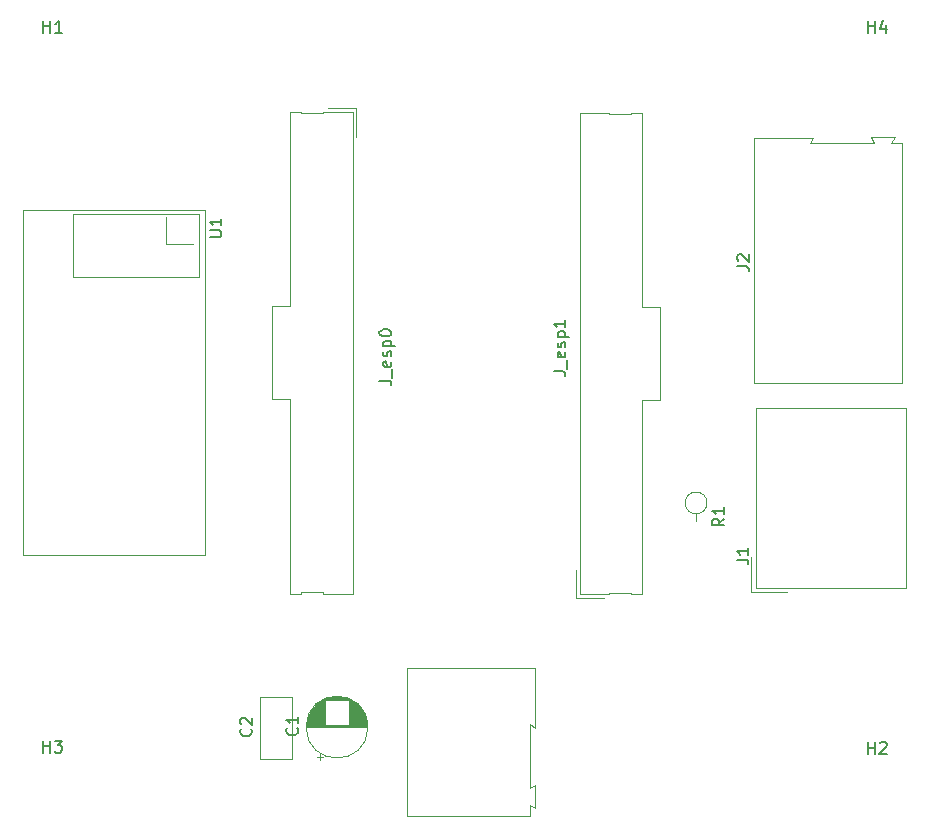
<source format=gbr>
%TF.GenerationSoftware,KiCad,Pcbnew,7.0.3*%
%TF.CreationDate,2023-06-10T16:48:24-05:00*%
%TF.ProjectId,ambient_measurement,616d6269-656e-4745-9f6d-656173757265,rev?*%
%TF.SameCoordinates,Original*%
%TF.FileFunction,Legend,Top*%
%TF.FilePolarity,Positive*%
%FSLAX46Y46*%
G04 Gerber Fmt 4.6, Leading zero omitted, Abs format (unit mm)*
G04 Created by KiCad (PCBNEW 7.0.3) date 2023-06-10 16:48:24*
%MOMM*%
%LPD*%
G01*
G04 APERTURE LIST*
%ADD10C,0.150000*%
%ADD11C,0.120000*%
G04 APERTURE END LIST*
D10*
%TO.C,H2*%
X249272779Y-119790819D02*
X249272779Y-118790819D01*
X249272779Y-119267009D02*
X249844207Y-119267009D01*
X249844207Y-119790819D02*
X249844207Y-118790819D01*
X250272779Y-118886057D02*
X250320398Y-118838438D01*
X250320398Y-118838438D02*
X250415636Y-118790819D01*
X250415636Y-118790819D02*
X250653731Y-118790819D01*
X250653731Y-118790819D02*
X250748969Y-118838438D01*
X250748969Y-118838438D02*
X250796588Y-118886057D01*
X250796588Y-118886057D02*
X250844207Y-118981295D01*
X250844207Y-118981295D02*
X250844207Y-119076533D01*
X250844207Y-119076533D02*
X250796588Y-119219390D01*
X250796588Y-119219390D02*
X250225160Y-119790819D01*
X250225160Y-119790819D02*
X250844207Y-119790819D01*
%TO.C,R1*%
X237070819Y-99889982D02*
X236594628Y-100223315D01*
X237070819Y-100461410D02*
X236070819Y-100461410D01*
X236070819Y-100461410D02*
X236070819Y-100080458D01*
X236070819Y-100080458D02*
X236118438Y-99985220D01*
X236118438Y-99985220D02*
X236166057Y-99937601D01*
X236166057Y-99937601D02*
X236261295Y-99889982D01*
X236261295Y-99889982D02*
X236404152Y-99889982D01*
X236404152Y-99889982D02*
X236499390Y-99937601D01*
X236499390Y-99937601D02*
X236547009Y-99985220D01*
X236547009Y-99985220D02*
X236594628Y-100080458D01*
X236594628Y-100080458D02*
X236594628Y-100461410D01*
X237070819Y-98937601D02*
X237070819Y-99509029D01*
X237070819Y-99223315D02*
X236070819Y-99223315D01*
X236070819Y-99223315D02*
X236213676Y-99318553D01*
X236213676Y-99318553D02*
X236308914Y-99413791D01*
X236308914Y-99413791D02*
X236356533Y-99509029D01*
%TO.C,C1*%
X200905580Y-117603094D02*
X200953200Y-117650713D01*
X200953200Y-117650713D02*
X201000819Y-117793570D01*
X201000819Y-117793570D02*
X201000819Y-117888808D01*
X201000819Y-117888808D02*
X200953200Y-118031665D01*
X200953200Y-118031665D02*
X200857961Y-118126903D01*
X200857961Y-118126903D02*
X200762723Y-118174522D01*
X200762723Y-118174522D02*
X200572247Y-118222141D01*
X200572247Y-118222141D02*
X200429390Y-118222141D01*
X200429390Y-118222141D02*
X200238914Y-118174522D01*
X200238914Y-118174522D02*
X200143676Y-118126903D01*
X200143676Y-118126903D02*
X200048438Y-118031665D01*
X200048438Y-118031665D02*
X200000819Y-117888808D01*
X200000819Y-117888808D02*
X200000819Y-117793570D01*
X200000819Y-117793570D02*
X200048438Y-117650713D01*
X200048438Y-117650713D02*
X200096057Y-117603094D01*
X201000819Y-116650713D02*
X201000819Y-117222141D01*
X201000819Y-116936427D02*
X200000819Y-116936427D01*
X200000819Y-116936427D02*
X200143676Y-117031665D01*
X200143676Y-117031665D02*
X200238914Y-117126903D01*
X200238914Y-117126903D02*
X200286533Y-117222141D01*
%TO.C,J1*%
X238126819Y-103358649D02*
X238841104Y-103358649D01*
X238841104Y-103358649D02*
X238983961Y-103406268D01*
X238983961Y-103406268D02*
X239079200Y-103501506D01*
X239079200Y-103501506D02*
X239126819Y-103644363D01*
X239126819Y-103644363D02*
X239126819Y-103739601D01*
X239126819Y-102358649D02*
X239126819Y-102930077D01*
X239126819Y-102644363D02*
X238126819Y-102644363D01*
X238126819Y-102644363D02*
X238269676Y-102739601D01*
X238269676Y-102739601D02*
X238364914Y-102834839D01*
X238364914Y-102834839D02*
X238412533Y-102930077D01*
%TO.C,J2*%
X238176819Y-78506649D02*
X238891104Y-78506649D01*
X238891104Y-78506649D02*
X239033961Y-78554268D01*
X239033961Y-78554268D02*
X239129200Y-78649506D01*
X239129200Y-78649506D02*
X239176819Y-78792363D01*
X239176819Y-78792363D02*
X239176819Y-78887601D01*
X238272057Y-78078077D02*
X238224438Y-78030458D01*
X238224438Y-78030458D02*
X238176819Y-77935220D01*
X238176819Y-77935220D02*
X238176819Y-77697125D01*
X238176819Y-77697125D02*
X238224438Y-77601887D01*
X238224438Y-77601887D02*
X238272057Y-77554268D01*
X238272057Y-77554268D02*
X238367295Y-77506649D01*
X238367295Y-77506649D02*
X238462533Y-77506649D01*
X238462533Y-77506649D02*
X238605390Y-77554268D01*
X238605390Y-77554268D02*
X239176819Y-78125696D01*
X239176819Y-78125696D02*
X239176819Y-77506649D01*
%TO.C,H4*%
X249272779Y-58730819D02*
X249272779Y-57730819D01*
X249272779Y-58207009D02*
X249844207Y-58207009D01*
X249844207Y-58730819D02*
X249844207Y-57730819D01*
X250748969Y-58064152D02*
X250748969Y-58730819D01*
X250510874Y-57683200D02*
X250272779Y-58397485D01*
X250272779Y-58397485D02*
X250891826Y-58397485D01*
%TO.C,U1*%
X193499819Y-76055220D02*
X194309342Y-76055220D01*
X194309342Y-76055220D02*
X194404580Y-76007601D01*
X194404580Y-76007601D02*
X194452200Y-75959982D01*
X194452200Y-75959982D02*
X194499819Y-75864744D01*
X194499819Y-75864744D02*
X194499819Y-75674268D01*
X194499819Y-75674268D02*
X194452200Y-75579030D01*
X194452200Y-75579030D02*
X194404580Y-75531411D01*
X194404580Y-75531411D02*
X194309342Y-75483792D01*
X194309342Y-75483792D02*
X193499819Y-75483792D01*
X194499819Y-74483792D02*
X194499819Y-75055220D01*
X194499819Y-74769506D02*
X193499819Y-74769506D01*
X193499819Y-74769506D02*
X193642676Y-74864744D01*
X193642676Y-74864744D02*
X193737914Y-74959982D01*
X193737914Y-74959982D02*
X193785533Y-75055220D01*
%TO.C,C2*%
X196995580Y-117689982D02*
X197043200Y-117737601D01*
X197043200Y-117737601D02*
X197090819Y-117880458D01*
X197090819Y-117880458D02*
X197090819Y-117975696D01*
X197090819Y-117975696D02*
X197043200Y-118118553D01*
X197043200Y-118118553D02*
X196947961Y-118213791D01*
X196947961Y-118213791D02*
X196852723Y-118261410D01*
X196852723Y-118261410D02*
X196662247Y-118309029D01*
X196662247Y-118309029D02*
X196519390Y-118309029D01*
X196519390Y-118309029D02*
X196328914Y-118261410D01*
X196328914Y-118261410D02*
X196233676Y-118213791D01*
X196233676Y-118213791D02*
X196138438Y-118118553D01*
X196138438Y-118118553D02*
X196090819Y-117975696D01*
X196090819Y-117975696D02*
X196090819Y-117880458D01*
X196090819Y-117880458D02*
X196138438Y-117737601D01*
X196138438Y-117737601D02*
X196186057Y-117689982D01*
X196186057Y-117309029D02*
X196138438Y-117261410D01*
X196138438Y-117261410D02*
X196090819Y-117166172D01*
X196090819Y-117166172D02*
X196090819Y-116928077D01*
X196090819Y-116928077D02*
X196138438Y-116832839D01*
X196138438Y-116832839D02*
X196186057Y-116785220D01*
X196186057Y-116785220D02*
X196281295Y-116737601D01*
X196281295Y-116737601D02*
X196376533Y-116737601D01*
X196376533Y-116737601D02*
X196519390Y-116785220D01*
X196519390Y-116785220D02*
X197090819Y-117356648D01*
X197090819Y-117356648D02*
X197090819Y-116737601D01*
%TO.C,J_esp1*%
X222632819Y-87420316D02*
X223347104Y-87420316D01*
X223347104Y-87420316D02*
X223489961Y-87467935D01*
X223489961Y-87467935D02*
X223585200Y-87563173D01*
X223585200Y-87563173D02*
X223632819Y-87706030D01*
X223632819Y-87706030D02*
X223632819Y-87801268D01*
X223728057Y-87182221D02*
X223728057Y-86420316D01*
X223585200Y-85801268D02*
X223632819Y-85896506D01*
X223632819Y-85896506D02*
X223632819Y-86086982D01*
X223632819Y-86086982D02*
X223585200Y-86182220D01*
X223585200Y-86182220D02*
X223489961Y-86229839D01*
X223489961Y-86229839D02*
X223109009Y-86229839D01*
X223109009Y-86229839D02*
X223013771Y-86182220D01*
X223013771Y-86182220D02*
X222966152Y-86086982D01*
X222966152Y-86086982D02*
X222966152Y-85896506D01*
X222966152Y-85896506D02*
X223013771Y-85801268D01*
X223013771Y-85801268D02*
X223109009Y-85753649D01*
X223109009Y-85753649D02*
X223204247Y-85753649D01*
X223204247Y-85753649D02*
X223299485Y-86229839D01*
X223585200Y-85372696D02*
X223632819Y-85277458D01*
X223632819Y-85277458D02*
X223632819Y-85086982D01*
X223632819Y-85086982D02*
X223585200Y-84991744D01*
X223585200Y-84991744D02*
X223489961Y-84944125D01*
X223489961Y-84944125D02*
X223442342Y-84944125D01*
X223442342Y-84944125D02*
X223347104Y-84991744D01*
X223347104Y-84991744D02*
X223299485Y-85086982D01*
X223299485Y-85086982D02*
X223299485Y-85229839D01*
X223299485Y-85229839D02*
X223251866Y-85325077D01*
X223251866Y-85325077D02*
X223156628Y-85372696D01*
X223156628Y-85372696D02*
X223109009Y-85372696D01*
X223109009Y-85372696D02*
X223013771Y-85325077D01*
X223013771Y-85325077D02*
X222966152Y-85229839D01*
X222966152Y-85229839D02*
X222966152Y-85086982D01*
X222966152Y-85086982D02*
X223013771Y-84991744D01*
X222966152Y-84515553D02*
X223966152Y-84515553D01*
X223013771Y-84515553D02*
X222966152Y-84420315D01*
X222966152Y-84420315D02*
X222966152Y-84229839D01*
X222966152Y-84229839D02*
X223013771Y-84134601D01*
X223013771Y-84134601D02*
X223061390Y-84086982D01*
X223061390Y-84086982D02*
X223156628Y-84039363D01*
X223156628Y-84039363D02*
X223442342Y-84039363D01*
X223442342Y-84039363D02*
X223537580Y-84086982D01*
X223537580Y-84086982D02*
X223585200Y-84134601D01*
X223585200Y-84134601D02*
X223632819Y-84229839D01*
X223632819Y-84229839D02*
X223632819Y-84420315D01*
X223632819Y-84420315D02*
X223585200Y-84515553D01*
X223632819Y-83086982D02*
X223632819Y-83658410D01*
X223632819Y-83372696D02*
X222632819Y-83372696D01*
X222632819Y-83372696D02*
X222775676Y-83467934D01*
X222775676Y-83467934D02*
X222870914Y-83563172D01*
X222870914Y-83563172D02*
X222918533Y-83658410D01*
%TO.C,H3*%
X179436779Y-119690819D02*
X179436779Y-118690819D01*
X179436779Y-119167009D02*
X180008207Y-119167009D01*
X180008207Y-119690819D02*
X180008207Y-118690819D01*
X180389160Y-118690819D02*
X181008207Y-118690819D01*
X181008207Y-118690819D02*
X180674874Y-119071771D01*
X180674874Y-119071771D02*
X180817731Y-119071771D01*
X180817731Y-119071771D02*
X180912969Y-119119390D01*
X180912969Y-119119390D02*
X180960588Y-119167009D01*
X180960588Y-119167009D02*
X181008207Y-119262247D01*
X181008207Y-119262247D02*
X181008207Y-119500342D01*
X181008207Y-119500342D02*
X180960588Y-119595580D01*
X180960588Y-119595580D02*
X180912969Y-119643200D01*
X180912969Y-119643200D02*
X180817731Y-119690819D01*
X180817731Y-119690819D02*
X180532017Y-119690819D01*
X180532017Y-119690819D02*
X180436779Y-119643200D01*
X180436779Y-119643200D02*
X180389160Y-119595580D01*
%TO.C,J_esp0*%
X207887319Y-88201316D02*
X208601604Y-88201316D01*
X208601604Y-88201316D02*
X208744461Y-88248935D01*
X208744461Y-88248935D02*
X208839700Y-88344173D01*
X208839700Y-88344173D02*
X208887319Y-88487030D01*
X208887319Y-88487030D02*
X208887319Y-88582268D01*
X208982557Y-87963221D02*
X208982557Y-87201316D01*
X208839700Y-86582268D02*
X208887319Y-86677506D01*
X208887319Y-86677506D02*
X208887319Y-86867982D01*
X208887319Y-86867982D02*
X208839700Y-86963220D01*
X208839700Y-86963220D02*
X208744461Y-87010839D01*
X208744461Y-87010839D02*
X208363509Y-87010839D01*
X208363509Y-87010839D02*
X208268271Y-86963220D01*
X208268271Y-86963220D02*
X208220652Y-86867982D01*
X208220652Y-86867982D02*
X208220652Y-86677506D01*
X208220652Y-86677506D02*
X208268271Y-86582268D01*
X208268271Y-86582268D02*
X208363509Y-86534649D01*
X208363509Y-86534649D02*
X208458747Y-86534649D01*
X208458747Y-86534649D02*
X208553985Y-87010839D01*
X208839700Y-86153696D02*
X208887319Y-86058458D01*
X208887319Y-86058458D02*
X208887319Y-85867982D01*
X208887319Y-85867982D02*
X208839700Y-85772744D01*
X208839700Y-85772744D02*
X208744461Y-85725125D01*
X208744461Y-85725125D02*
X208696842Y-85725125D01*
X208696842Y-85725125D02*
X208601604Y-85772744D01*
X208601604Y-85772744D02*
X208553985Y-85867982D01*
X208553985Y-85867982D02*
X208553985Y-86010839D01*
X208553985Y-86010839D02*
X208506366Y-86106077D01*
X208506366Y-86106077D02*
X208411128Y-86153696D01*
X208411128Y-86153696D02*
X208363509Y-86153696D01*
X208363509Y-86153696D02*
X208268271Y-86106077D01*
X208268271Y-86106077D02*
X208220652Y-86010839D01*
X208220652Y-86010839D02*
X208220652Y-85867982D01*
X208220652Y-85867982D02*
X208268271Y-85772744D01*
X208220652Y-85296553D02*
X209220652Y-85296553D01*
X208268271Y-85296553D02*
X208220652Y-85201315D01*
X208220652Y-85201315D02*
X208220652Y-85010839D01*
X208220652Y-85010839D02*
X208268271Y-84915601D01*
X208268271Y-84915601D02*
X208315890Y-84867982D01*
X208315890Y-84867982D02*
X208411128Y-84820363D01*
X208411128Y-84820363D02*
X208696842Y-84820363D01*
X208696842Y-84820363D02*
X208792080Y-84867982D01*
X208792080Y-84867982D02*
X208839700Y-84915601D01*
X208839700Y-84915601D02*
X208887319Y-85010839D01*
X208887319Y-85010839D02*
X208887319Y-85201315D01*
X208887319Y-85201315D02*
X208839700Y-85296553D01*
X207887319Y-84201315D02*
X207887319Y-84106077D01*
X207887319Y-84106077D02*
X207934938Y-84010839D01*
X207934938Y-84010839D02*
X207982557Y-83963220D01*
X207982557Y-83963220D02*
X208077795Y-83915601D01*
X208077795Y-83915601D02*
X208268271Y-83867982D01*
X208268271Y-83867982D02*
X208506366Y-83867982D01*
X208506366Y-83867982D02*
X208696842Y-83915601D01*
X208696842Y-83915601D02*
X208792080Y-83963220D01*
X208792080Y-83963220D02*
X208839700Y-84010839D01*
X208839700Y-84010839D02*
X208887319Y-84106077D01*
X208887319Y-84106077D02*
X208887319Y-84201315D01*
X208887319Y-84201315D02*
X208839700Y-84296553D01*
X208839700Y-84296553D02*
X208792080Y-84344172D01*
X208792080Y-84344172D02*
X208696842Y-84391791D01*
X208696842Y-84391791D02*
X208506366Y-84439410D01*
X208506366Y-84439410D02*
X208268271Y-84439410D01*
X208268271Y-84439410D02*
X208077795Y-84391791D01*
X208077795Y-84391791D02*
X207982557Y-84344172D01*
X207982557Y-84344172D02*
X207934938Y-84296553D01*
X207934938Y-84296553D02*
X207887319Y-84201315D01*
%TO.C,H1*%
X179436779Y-58730819D02*
X179436779Y-57730819D01*
X179436779Y-58207009D02*
X180008207Y-58207009D01*
X180008207Y-58730819D02*
X180008207Y-57730819D01*
X181008207Y-58730819D02*
X180436779Y-58730819D01*
X180722493Y-58730819D02*
X180722493Y-57730819D01*
X180722493Y-57730819D02*
X180627255Y-57873676D01*
X180627255Y-57873676D02*
X180532017Y-57968914D01*
X180532017Y-57968914D02*
X180436779Y-58016533D01*
D11*
%TO.C,5V1*%
X210244888Y-112492000D02*
X210244888Y-125092000D01*
X210244888Y-125092000D02*
X220594888Y-125092000D01*
X220594888Y-117292000D02*
X221094888Y-117592000D01*
X220594888Y-122692000D02*
X220594888Y-117292000D01*
X220594888Y-124142000D02*
X221094888Y-124392000D01*
X220594888Y-125092000D02*
X220594888Y-124142000D01*
X221094888Y-112492000D02*
X210244888Y-112492000D01*
X221094888Y-117592000D02*
X221094888Y-112492000D01*
X221094888Y-122442000D02*
X220594888Y-122692000D01*
X221094888Y-122492000D02*
X221094888Y-122442000D01*
X221094888Y-124392000D02*
X221094888Y-122492000D01*
%TO.C,R1*%
X234696000Y-99472000D02*
X234696000Y-100092000D01*
X235616000Y-98552000D02*
G75*
G03*
X235616000Y-98552000I-920000J0D01*
G01*
%TO.C,C1*%
X202821000Y-120339887D02*
X202821000Y-119839887D01*
X202571000Y-120089887D02*
X203071000Y-120089887D01*
X201716000Y-117535112D02*
X206876000Y-117535112D01*
X201716000Y-117495112D02*
X206876000Y-117495112D01*
X201717000Y-117455112D02*
X206875000Y-117455112D01*
X201718000Y-117415112D02*
X206874000Y-117415112D01*
X201720000Y-117375112D02*
X206872000Y-117375112D01*
X201723000Y-117335112D02*
X206869000Y-117335112D01*
X201727000Y-117295112D02*
X203256000Y-117295112D01*
X205336000Y-117295112D02*
X206865000Y-117295112D01*
X201731000Y-117255112D02*
X203256000Y-117255112D01*
X205336000Y-117255112D02*
X206861000Y-117255112D01*
X201735000Y-117215112D02*
X203256000Y-117215112D01*
X205336000Y-117215112D02*
X206857000Y-117215112D01*
X201740000Y-117175112D02*
X203256000Y-117175112D01*
X205336000Y-117175112D02*
X206852000Y-117175112D01*
X201746000Y-117135112D02*
X203256000Y-117135112D01*
X205336000Y-117135112D02*
X206846000Y-117135112D01*
X201753000Y-117095112D02*
X203256000Y-117095112D01*
X205336000Y-117095112D02*
X206839000Y-117095112D01*
X201760000Y-117055112D02*
X203256000Y-117055112D01*
X205336000Y-117055112D02*
X206832000Y-117055112D01*
X201768000Y-117015112D02*
X203256000Y-117015112D01*
X205336000Y-117015112D02*
X206824000Y-117015112D01*
X201776000Y-116975112D02*
X203256000Y-116975112D01*
X205336000Y-116975112D02*
X206816000Y-116975112D01*
X201785000Y-116935112D02*
X203256000Y-116935112D01*
X205336000Y-116935112D02*
X206807000Y-116935112D01*
X201795000Y-116895112D02*
X203256000Y-116895112D01*
X205336000Y-116895112D02*
X206797000Y-116895112D01*
X201805000Y-116855112D02*
X203256000Y-116855112D01*
X205336000Y-116855112D02*
X206787000Y-116855112D01*
X201816000Y-116814112D02*
X203256000Y-116814112D01*
X205336000Y-116814112D02*
X206776000Y-116814112D01*
X201828000Y-116774112D02*
X203256000Y-116774112D01*
X205336000Y-116774112D02*
X206764000Y-116774112D01*
X201841000Y-116734112D02*
X203256000Y-116734112D01*
X205336000Y-116734112D02*
X206751000Y-116734112D01*
X201854000Y-116694112D02*
X203256000Y-116694112D01*
X205336000Y-116694112D02*
X206738000Y-116694112D01*
X201868000Y-116654112D02*
X203256000Y-116654112D01*
X205336000Y-116654112D02*
X206724000Y-116654112D01*
X201882000Y-116614112D02*
X203256000Y-116614112D01*
X205336000Y-116614112D02*
X206710000Y-116614112D01*
X201898000Y-116574112D02*
X203256000Y-116574112D01*
X205336000Y-116574112D02*
X206694000Y-116574112D01*
X201914000Y-116534112D02*
X203256000Y-116534112D01*
X205336000Y-116534112D02*
X206678000Y-116534112D01*
X201931000Y-116494112D02*
X203256000Y-116494112D01*
X205336000Y-116494112D02*
X206661000Y-116494112D01*
X201948000Y-116454112D02*
X203256000Y-116454112D01*
X205336000Y-116454112D02*
X206644000Y-116454112D01*
X201967000Y-116414112D02*
X203256000Y-116414112D01*
X205336000Y-116414112D02*
X206625000Y-116414112D01*
X201986000Y-116374112D02*
X203256000Y-116374112D01*
X205336000Y-116374112D02*
X206606000Y-116374112D01*
X202006000Y-116334112D02*
X203256000Y-116334112D01*
X205336000Y-116334112D02*
X206586000Y-116334112D01*
X202028000Y-116294112D02*
X203256000Y-116294112D01*
X205336000Y-116294112D02*
X206564000Y-116294112D01*
X202049000Y-116254112D02*
X203256000Y-116254112D01*
X205336000Y-116254112D02*
X206543000Y-116254112D01*
X202072000Y-116214112D02*
X203256000Y-116214112D01*
X205336000Y-116214112D02*
X206520000Y-116214112D01*
X202096000Y-116174112D02*
X203256000Y-116174112D01*
X205336000Y-116174112D02*
X206496000Y-116174112D01*
X202121000Y-116134112D02*
X203256000Y-116134112D01*
X205336000Y-116134112D02*
X206471000Y-116134112D01*
X202147000Y-116094112D02*
X203256000Y-116094112D01*
X205336000Y-116094112D02*
X206445000Y-116094112D01*
X202174000Y-116054112D02*
X203256000Y-116054112D01*
X205336000Y-116054112D02*
X206418000Y-116054112D01*
X202201000Y-116014112D02*
X203256000Y-116014112D01*
X205336000Y-116014112D02*
X206391000Y-116014112D01*
X202231000Y-115974112D02*
X203256000Y-115974112D01*
X205336000Y-115974112D02*
X206361000Y-115974112D01*
X202261000Y-115934112D02*
X203256000Y-115934112D01*
X205336000Y-115934112D02*
X206331000Y-115934112D01*
X202292000Y-115894112D02*
X203256000Y-115894112D01*
X205336000Y-115894112D02*
X206300000Y-115894112D01*
X202325000Y-115854112D02*
X203256000Y-115854112D01*
X205336000Y-115854112D02*
X206267000Y-115854112D01*
X202359000Y-115814112D02*
X203256000Y-115814112D01*
X205336000Y-115814112D02*
X206233000Y-115814112D01*
X202395000Y-115774112D02*
X203256000Y-115774112D01*
X205336000Y-115774112D02*
X206197000Y-115774112D01*
X202432000Y-115734112D02*
X203256000Y-115734112D01*
X205336000Y-115734112D02*
X206160000Y-115734112D01*
X202470000Y-115694112D02*
X203256000Y-115694112D01*
X205336000Y-115694112D02*
X206122000Y-115694112D01*
X202511000Y-115654112D02*
X203256000Y-115654112D01*
X205336000Y-115654112D02*
X206081000Y-115654112D01*
X202553000Y-115614112D02*
X203256000Y-115614112D01*
X205336000Y-115614112D02*
X206039000Y-115614112D01*
X202597000Y-115574112D02*
X203256000Y-115574112D01*
X205336000Y-115574112D02*
X205995000Y-115574112D01*
X202643000Y-115534112D02*
X203256000Y-115534112D01*
X205336000Y-115534112D02*
X205949000Y-115534112D01*
X202691000Y-115494112D02*
X203256000Y-115494112D01*
X205336000Y-115494112D02*
X205901000Y-115494112D01*
X202742000Y-115454112D02*
X203256000Y-115454112D01*
X205336000Y-115454112D02*
X205850000Y-115454112D01*
X202796000Y-115414112D02*
X203256000Y-115414112D01*
X205336000Y-115414112D02*
X205796000Y-115414112D01*
X202853000Y-115374112D02*
X203256000Y-115374112D01*
X205336000Y-115374112D02*
X205739000Y-115374112D01*
X202913000Y-115334112D02*
X203256000Y-115334112D01*
X205336000Y-115334112D02*
X205679000Y-115334112D01*
X202977000Y-115294112D02*
X203256000Y-115294112D01*
X205336000Y-115294112D02*
X205615000Y-115294112D01*
X203045000Y-115254112D02*
X203256000Y-115254112D01*
X205336000Y-115254112D02*
X205547000Y-115254112D01*
X203118000Y-115214112D02*
X205474000Y-115214112D01*
X203198000Y-115174112D02*
X205394000Y-115174112D01*
X203285000Y-115134112D02*
X205307000Y-115134112D01*
X203381000Y-115094112D02*
X205211000Y-115094112D01*
X203491000Y-115054112D02*
X205101000Y-115054112D01*
X203619000Y-115014112D02*
X204973000Y-115014112D01*
X203778000Y-114974112D02*
X204814000Y-114974112D01*
X204012000Y-114934112D02*
X204580000Y-114934112D01*
X206916000Y-117535112D02*
G75*
G03*
X206916000Y-117535112I-2620000J0D01*
G01*
%TO.C,J1*%
X239372000Y-106124000D02*
X239372000Y-103124000D01*
X242372000Y-106124000D02*
X239372000Y-106124000D01*
X239752000Y-105744000D02*
X252492000Y-105744000D01*
X239752000Y-105744000D02*
X252492000Y-105744000D01*
X239752000Y-105744000D02*
X239752000Y-90504000D01*
X239752000Y-105744000D02*
X239752000Y-90504000D01*
X252492000Y-105744000D02*
X252492000Y-90504000D01*
X252492000Y-105744000D02*
X252492000Y-90504000D01*
X239752000Y-90504000D02*
X252492000Y-90504000D01*
X239752000Y-90504000D02*
X252492000Y-90504000D01*
%TO.C,J2*%
X239572000Y-88422000D02*
X239572000Y-67622000D01*
X252172000Y-88422000D02*
X239572000Y-88422000D01*
X244372000Y-68122000D02*
X249772000Y-68122000D01*
X249772000Y-68122000D02*
X249472000Y-67572000D01*
X251222000Y-68122000D02*
X252172000Y-68122000D01*
X252172000Y-68122000D02*
X252172000Y-88422000D01*
X239572000Y-67622000D02*
X244622000Y-67622000D01*
X244622000Y-67622000D02*
X244372000Y-68122000D01*
X249472000Y-67572000D02*
X251522000Y-67572000D01*
X251522000Y-67572000D02*
X251222000Y-68122000D01*
%TO.C,U1*%
X193145000Y-73792000D02*
X193145000Y-73792000D01*
X193145000Y-73792000D02*
X193145000Y-102992000D01*
X177695000Y-73792000D02*
X193145000Y-73792000D01*
X192569000Y-74122000D02*
X192569000Y-74122000D01*
X192569000Y-74122000D02*
X192569000Y-79456000D01*
X181901000Y-74122000D02*
X192569000Y-74122000D01*
X181901000Y-74122000D02*
X181901000Y-74122000D01*
X189775000Y-74376000D02*
X189775000Y-74376000D01*
X192061000Y-76662000D02*
X189775000Y-76662000D01*
X189775000Y-76662000D02*
X189775000Y-74376000D01*
X192569000Y-79456000D02*
X181901000Y-79456000D01*
X181901000Y-79456000D02*
X181901000Y-74122000D01*
X193145000Y-102992000D02*
X177695000Y-102992000D01*
X177695000Y-102992000D02*
X177695000Y-73792000D01*
%TO.C,C2*%
X197766000Y-120242000D02*
X200506000Y-120242000D01*
X197766000Y-120242000D02*
X197766000Y-115002000D01*
X200506000Y-120242000D02*
X200506000Y-115002000D01*
X197766000Y-115002000D02*
X200506000Y-115002000D01*
%TO.C,J_esp1*%
X224530500Y-106609000D02*
X224530500Y-104199000D01*
X226940500Y-106609000D02*
X224530500Y-106609000D01*
X224830500Y-106309000D02*
X227360500Y-106309000D01*
X227360500Y-106309000D02*
X227360500Y-106179000D01*
X229170500Y-106309000D02*
X230150500Y-106309000D01*
X230150500Y-106309000D02*
X230150500Y-89839000D01*
X227360500Y-106179000D02*
X229170500Y-106179000D01*
X229170500Y-106179000D02*
X229170500Y-106309000D01*
X230150500Y-89839000D02*
X231650500Y-89839000D01*
X231650500Y-89839000D02*
X231650500Y-81999000D01*
X230150500Y-81999000D02*
X230150500Y-65529000D01*
X231650500Y-81999000D02*
X230150500Y-81999000D01*
X227360500Y-65659000D02*
X227360500Y-65529000D01*
X229170500Y-65659000D02*
X227360500Y-65659000D01*
X224830500Y-65529000D02*
X224830500Y-106309000D01*
X227360500Y-65529000D02*
X224830500Y-65529000D01*
X229170500Y-65529000D02*
X229170500Y-65659000D01*
X230150500Y-65529000D02*
X229170500Y-65529000D01*
%TO.C,J_esp0*%
X205910000Y-65150000D02*
X205910000Y-67560000D01*
X203500000Y-65150000D02*
X205910000Y-65150000D01*
X205610000Y-65450000D02*
X203080000Y-65450000D01*
X203080000Y-65450000D02*
X203080000Y-65580000D01*
X201270000Y-65450000D02*
X200290000Y-65450000D01*
X200290000Y-65450000D02*
X200290000Y-81920000D01*
X203080000Y-65580000D02*
X201270000Y-65580000D01*
X201270000Y-65580000D02*
X201270000Y-65450000D01*
X200290000Y-81920000D02*
X198790000Y-81920000D01*
X198790000Y-81920000D02*
X198790000Y-89760000D01*
X200290000Y-89760000D02*
X200290000Y-106230000D01*
X198790000Y-89760000D02*
X200290000Y-89760000D01*
X203080000Y-106100000D02*
X203080000Y-106230000D01*
X201270000Y-106100000D02*
X203080000Y-106100000D01*
X205610000Y-106230000D02*
X205610000Y-65450000D01*
X203080000Y-106230000D02*
X205610000Y-106230000D01*
X201270000Y-106230000D02*
X201270000Y-106100000D01*
X200290000Y-106230000D02*
X201270000Y-106230000D01*
%TD*%
M02*

</source>
